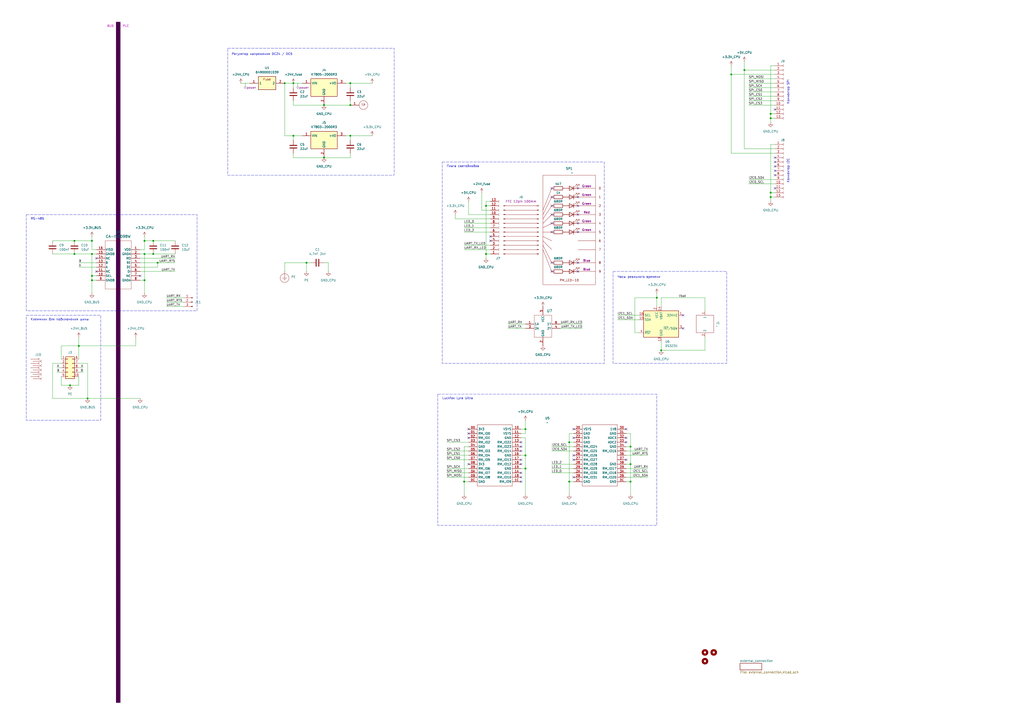
<source format=kicad_sch>
(kicad_sch (version 20250114) (generator "eeschema") (generator_version "9.0")
  (paper "A2")
  (title_block (title "${article} v${version}"))
  (rectangle (start 254 228.6) (end 381 304.8) (stroke (width 0) (type dash)))
  (rectangle (start 15.24 124.46) (end 114.3 180.34) (stroke (width 0) (type dash)))
  (rectangle (start 67.31 12.7) (end 69.85 407.67) (stroke (width 0) (type dot) (color 72 0 72 1)) (fill (type color) (color 72 0 72 1)))
  (rectangle (start 355.6 157.48) (end 421.64 210.82) (stroke (width 0) (type dash)))
  (rectangle (start 256.54 93.98) (end 350.52 210.82) (stroke (width 0) (type dash)))
  (rectangle (start 15.24 182.88) (end 58.42 243.84) (stroke (width 0) (type dash)))
  (rectangle (start 132.08 27.94) (end 228.6 101.6) (stroke (width 0) (type dash)))
  (text "BUS" (at 66.04 15.24 0) (effects (font (size 1.27 1.27)) (justify right)))
  (text "Клеммник для подключения шины" (at 17.78 185.42 0) (effects (font (size 1.27 1.27)) (justify left)))
  (text "RS-485" (at 17.78 127 0) (effects (font (size 1.27 1.27)) (justify left)))
  (text "Luckfox Lyra Ultra" (at 256.54 231.14 0) (effects (font (size 1.27 1.27)) (justify left)))
  (text "PLC" (at 71.12 15.24 0) (effects (font (size 1.27 1.27)) (justify left)))
  (text "Коннектор SPI" (at 457.2 53.34 90) (effects (font (size 1.27 1.27))))
  (text "Часы реального времени" (at 358.14 160.02 0) (effects (font (size 1.27 1.27)) (justify left top)))
  (text "Коннектор I2C" (at 457.2 99.06 90) (effects (font (size 1.27 1.27))))
  (text "Регулятор напряжения DC24 / DC5" (at 134.366 31.496 0) (effects (font (size 1.27 1.27)) (justify left)))
  (text "Плата светодиодов" (at 259.08 96.52 0) (effects (font (size 1.27 1.27)) (justify left)))
  (junction (at 447.04 111.76))
  (junction (at 170.18 48.26))
  (junction (at 53.34 160.02))
  (junction (at 83.82 139.7))
  (junction (at 281.94 119.38))
  (junction (at 447.04 66.04))
  (junction (at 43.18 139.7))
  (junction (at 177.8 152.4))
  (junction (at 281.94 147.32))
  (junction (at 365.76 259.08))
  (junction (at 83.82 147.32))
  (junction (at 330.2 279.4))
  (junction (at 365.76 269.24))
  (junction (at 269.24 279.4))
  (junction (at 45.72 200.66))
  (junction (at 83.82 162.56))
  (junction (at 187.96 60.96))
  (junction (at 53.34 139.7))
  (junction (at 304.8 271.78))
  (junction (at 53.34 147.32))
  (junction (at 165.1 48.26))
  (junction (at 50.8 231.14))
  (junction (at 53.34 162.56))
  (junction (at 304.8 264.16))
  (junction (at 431.8 40.64))
  (junction (at 203.2 60.96))
  (junction (at 187.96 91.44))
  (junction (at 365.76 279.4))
  (junction (at 330.2 256.54))
  (junction (at 40.64 223.52))
  (junction (at 91.44 152.4))
  (junction (at 43.18 147.32))
  (junction (at 304.8 248.92))
  (junction (at 88.9 139.7))
  (junction (at 88.9 147.32))
  (junction (at 447.04 114.3))
  (junction (at 383.54 203.2))
  (junction (at 447.04 68.58))
  (junction (at 203.2 48.26))
  (junction (at 381 172.72))
  (junction (at 424.18 43.18))
  (junction (at 170.18 78.74))
  (junction (at 203.2 78.74))
  (no_connect (at 55.88 157.48))
  (no_connect (at 449.58 99.06))
  (no_connect (at 320.04 119.38))
  (no_connect (at 363.22 248.92))
  (no_connect (at 335.28 119.38))
  (no_connect (at 449.58 63.5))
  (no_connect (at 302.26 261.62))
  (no_connect (at 335.28 109.22))
  (no_connect (at 335.28 124.46))
  (no_connect (at 449.58 101.6))
  (no_connect (at 332.74 266.7))
  (no_connect (at 449.58 91.44))
  (no_connect (at 320.04 157.48))
  (no_connect (at 320.04 152.4))
  (no_connect (at 335.28 129.54))
  (no_connect (at 449.58 93.98))
  (no_connect (at 332.74 276.86))
  (no_connect (at 302.26 276.86))
  (no_connect (at 320.04 129.54))
  (no_connect (at 363.22 254))
  (no_connect (at 335.28 134.62))
  (no_connect (at 81.28 160.02))
  (no_connect (at 335.28 114.3))
  (no_connect (at 271.78 248.92))
  (no_connect (at 302.26 256.54))
  (no_connect (at 302.26 266.7))
  (no_connect (at 332.74 264.16))
  (no_connect (at 363.22 256.54))
  (no_connect (at 302.26 274.32))
  (no_connect (at 449.58 109.22))
  (no_connect (at 55.88 149.86))
  (no_connect (at 335.28 152.4))
  (no_connect (at 335.28 157.48))
  (no_connect (at 302.26 269.24))
  (no_connect (at 449.58 96.52))
  (no_connect (at 271.78 251.46))
  (no_connect (at 284.48 137.16))
  (no_connect (at 302.26 259.08))
  (no_connect (at 302.26 279.4))
  (no_connect (at 284.48 139.7))
  (no_connect (at 320.04 124.46))
  (no_connect (at 332.74 248.92))
  (no_connect (at 363.22 266.7))
  (no_connect (at 271.78 254))
  (no_connect (at 332.74 254))
  (no_connect (at 320.04 114.3))
  (no_connect (at 320.04 134.62))
  (no_connect (at 396.24 190.5))
  (no_connect (at 271.78 269.24))
  (no_connect (at 320.04 109.22))
  (no_connect (at 396.24 182.88))
  (wire (pts (xy 53.34 147.32) (xy 53.34 160.02)))
  (wire (pts (xy 45.72 215.9) (xy 48.26 215.9)))
  (wire (pts (xy 279.4 121.92) (xy 284.48 121.92)))
  (wire (pts (xy 447.04 71.12) (xy 447.04 68.58)))
  (wire (pts (xy 88.9 147.32) (xy 101.6 147.32)))
  (wire (pts (xy 259.08 256.54) (xy 271.78 256.54)))
  (wire (pts (xy 363.22 271.78) (xy 375.92 271.78)))
  (wire (pts (xy 449.58 114.3) (xy 447.04 114.3)))
  (wire (pts (xy 259.08 271.78) (xy 271.78 271.78)))
  (wire (pts (xy 368.3 172.72) (xy 381 172.72)))
  (wire (pts (xy 170.18 78.74) (xy 170.18 81.28)))
  (wire (pts (xy 35.56 208.28) (xy 35.56 200.66)))
  (wire (pts (xy 91.44 152.4) (xy 91.44 154.94)))
  (wire (pts (xy 363.22 261.62) (xy 375.92 261.62)))
  (wire (pts (xy 96.52 175.26) (xy 106.68 175.26)))
  (wire (pts (xy 424.18 43.18) (xy 449.58 43.18)))
  (wire (pts (xy 383.54 198.12) (xy 383.54 203.2)))
  (wire (pts (xy 190.5 157.48) (xy 190.5 152.4)))
  (wire (pts (xy 383.54 177.8) (xy 383.54 172.72)))
  (wire (pts (xy 203.2 78.74) (xy 215.9 78.74)))
  (wire (pts (xy 177.8 152.4) (xy 180.34 152.4)))
  (wire (pts (xy 434.34 106.68) (xy 449.58 106.68)))
  (wire (pts (xy 269.24 142.24) (xy 284.48 142.24)))
  (wire (pts (xy 330.2 279.4) (xy 330.2 287.02)))
  (wire (pts (xy 358.14 185.42) (xy 370.84 185.42)))
  (wire (pts (xy 40.64 223.52) (xy 45.72 223.52)))
  (wire (pts (xy 30.48 139.7) (xy 43.18 139.7)))
  (wire (pts (xy 365.76 251.46) (xy 365.76 259.08)))
  (wire (pts (xy 363.22 259.08) (xy 365.76 259.08)))
  (wire (pts (xy 408.94 172.72) (xy 408.94 180.34)))
  (wire (pts (xy 302.26 248.92) (xy 304.8 248.92)))
  (wire (pts (xy 78.74 195.58) (xy 78.74 200.66)))
  (wire (pts (xy 53.34 139.7) (xy 53.34 144.78)))
  (wire (pts (xy 35.56 223.52) (xy 40.64 223.52)))
  (wire (pts (xy 81.28 149.86) (xy 101.6 149.86)))
  (wire (pts (xy 434.34 45.72) (xy 449.58 45.72)))
  (wire (pts (xy 45.72 195.58) (xy 45.72 200.66)))
  (wire (pts (xy 50.8 210.82) (xy 50.8 231.14)))
  (wire (pts (xy 35.56 210.82) (xy 30.48 210.82)))
  (wire (pts (xy 81.28 154.94) (xy 91.44 154.94)))
  (wire (pts (xy 434.34 58.42) (xy 449.58 58.42)))
  (wire (pts (xy 55.88 147.32) (xy 53.34 147.32)))
  (wire (pts (xy 271.78 279.4) (xy 269.24 279.4)))
  (wire (pts (xy 81.28 147.32) (xy 83.82 147.32)))
  (wire (pts (xy 304.8 264.16) (xy 304.8 271.78)))
  (wire (pts (xy 45.72 152.4) (xy 55.88 152.4)))
  (wire (pts (xy 33.02 215.9) (xy 35.56 215.9)))
  (wire (pts (xy 449.58 88.9) (xy 424.18 88.9)))
  (wire (pts (xy 30.48 210.82) (xy 30.48 231.14)))
  (wire (pts (xy 332.74 279.4) (xy 330.2 279.4)))
  (wire (pts (xy 269.24 132.08) (xy 284.48 132.08)))
  (wire (pts (xy 30.48 231.14) (xy 50.8 231.14)))
  (wire (pts (xy 320.04 269.24) (xy 332.74 269.24)))
  (wire (pts (xy 170.18 60.96) (xy 187.96 60.96)))
  (wire (pts (xy 203.2 48.26) (xy 203.2 50.8)))
  (wire (pts (xy 294.64 187.96) (xy 304.8 187.96)))
  (wire (pts (xy 271.78 116.84) (xy 271.78 124.46)))
  (wire (pts (xy 281.94 119.38) (xy 281.94 147.32)))
  (wire (pts (xy 170.18 48.26) (xy 175.26 48.26)))
  (wire (pts (xy 434.34 50.8) (xy 449.58 50.8)))
  (wire (pts (xy 203.2 58.42) (xy 203.2 60.96)))
  (wire (pts (xy 447.04 68.58) (xy 447.04 66.04)))
  (wire (pts (xy 281.94 119.38) (xy 284.48 119.38)))
  (wire (pts (xy 424.18 43.18) (xy 424.18 38.1)))
  (wire (pts (xy 365.76 279.4) (xy 363.22 279.4)))
  (wire (pts (xy 281.94 116.84) (xy 281.94 119.38)))
  (wire (pts (xy 81.28 152.4) (xy 91.44 152.4)))
  (wire (pts (xy 203.2 88.9) (xy 203.2 91.44)))
  (wire (pts (xy 332.74 251.46) (xy 330.2 251.46)))
  (wire (pts (xy 170.18 78.74) (xy 165.1 78.74)))
  (wire (pts (xy 50.8 231.14) (xy 81.28 231.14)))
  (wire (pts (xy 139.7 48.26) (xy 144.78 48.26)))
  (wire (pts (xy 330.2 256.54) (xy 330.2 279.4)))
  (wire (pts (xy 365.76 269.24) (xy 365.76 279.4)))
  (wire (pts (xy 431.8 40.64) (xy 449.58 40.64)))
  (wire (pts (xy 259.08 274.32) (xy 271.78 274.32)))
  (wire (pts (xy 170.18 60.96) (xy 170.18 58.42)))
  (wire (pts (xy 447.04 38.1) (xy 447.04 66.04)))
  (wire (pts (xy 337.82 187.96) (xy 325.12 187.96)))
  (wire (pts (xy 43.18 139.7) (xy 53.34 139.7)))
  (wire (pts (xy 320.04 259.08) (xy 332.74 259.08)))
  (wire (pts (xy 302.26 254) (xy 304.8 254)))
  (wire (pts (xy 187.96 60.96) (xy 203.2 60.96)))
  (wire (pts (xy 83.82 137.16) (xy 83.82 139.7)))
  (wire (pts (xy 363.22 276.86) (xy 375.92 276.86)))
  (wire (pts (xy 302.26 271.78) (xy 304.8 271.78)))
  (wire (pts (xy 259.08 276.86) (xy 271.78 276.86)))
  (wire (pts (xy 381 170.18) (xy 381 172.72)))
  (wire (pts (xy 368.3 193.04) (xy 370.84 193.04)))
  (wire (pts (xy 383.54 172.72) (xy 408.94 172.72)))
  (wire (pts (xy 381 172.72) (xy 381 177.8)))
  (wire (pts (xy 332.74 256.54) (xy 330.2 256.54)))
  (wire (pts (xy 281.94 147.32) (xy 284.48 147.32)))
  (wire (pts (xy 175.26 78.74) (xy 170.18 78.74)))
  (wire (pts (xy 447.04 114.3) (xy 447.04 116.84)))
  (wire (pts (xy 96.52 172.72) (xy 106.68 172.72)))
  (wire (pts (xy 302.26 264.16) (xy 304.8 264.16)))
  (wire (pts (xy 294.64 190.5) (xy 304.8 190.5)))
  (wire (pts (xy 269.24 144.78) (xy 284.48 144.78)))
  (wire (pts (xy 203.2 48.26) (xy 215.9 48.26)))
  (wire (pts (xy 165.1 152.4) (xy 177.8 152.4)))
  (wire (pts (xy 449.58 86.36) (xy 431.8 86.36)))
  (wire (pts (xy 320.04 261.62) (xy 332.74 261.62)))
  (wire (pts (xy 449.58 111.76) (xy 447.04 111.76)))
  (wire (pts (xy 33.02 213.36) (xy 35.56 213.36)))
  (wire (pts (xy 259.08 261.62) (xy 271.78 261.62)))
  (wire (pts (xy 271.78 124.46) (xy 284.48 124.46)))
  (wire (pts (xy 434.34 48.26) (xy 449.58 48.26)))
  (wire (pts (xy 279.4 111.76) (xy 279.4 121.92)))
  (wire (pts (xy 53.34 160.02) (xy 55.88 160.02)))
  (wire (pts (xy 363.22 274.32) (xy 375.92 274.32)))
  (wire (pts (xy 170.18 91.44) (xy 187.96 91.44)))
  (wire (pts (xy 304.8 254) (xy 304.8 264.16)))
  (wire (pts (xy 91.44 152.4) (xy 101.6 152.4)))
  (wire (pts (xy 434.34 55.88) (xy 449.58 55.88)))
  (wire (pts (xy 269.24 259.08) (xy 269.24 279.4)))
  (wire (pts (xy 363.22 264.16) (xy 375.92 264.16)))
  (wire (pts (xy 330.2 251.46) (xy 330.2 256.54)))
  (wire (pts (xy 45.72 154.94) (xy 55.88 154.94)))
  (wire (pts (xy 269.24 129.54) (xy 284.48 129.54)))
  (wire (pts (xy 424.18 88.9) (xy 424.18 43.18)))
  (wire (pts (xy 271.78 259.08) (xy 269.24 259.08)))
  (wire (pts (xy 83.82 147.32) (xy 83.82 162.56)))
  (wire (pts (xy 190.5 152.4) (xy 187.96 152.4)))
  (wire (pts (xy 337.82 190.5) (xy 325.12 190.5)))
  (wire (pts (xy 447.04 83.82) (xy 447.04 111.76)))
  (wire (pts (xy 30.48 147.32) (xy 43.18 147.32)))
  (wire (pts (xy 35.56 200.66) (xy 45.72 200.66)))
  (wire (pts (xy 269.24 134.62) (xy 284.48 134.62)))
  (wire (pts (xy 264.16 127) (xy 284.48 127)))
  (wire (pts (xy 302.26 251.46) (xy 304.8 251.46)))
  (wire (pts (xy 363.22 269.24) (xy 365.76 269.24)))
  (wire (pts (xy 259.08 266.7) (xy 271.78 266.7)))
  (wire (pts (xy 83.82 162.56) (xy 83.82 170.18)))
  (wire (pts (xy 177.8 152.4) (xy 177.8 157.48)))
  (wire (pts (xy 269.24 279.4) (xy 269.24 287.02)))
  (wire (pts (xy 170.18 48.26) (xy 170.18 50.8)))
  (wire (pts (xy 83.82 144.78) (xy 83.82 139.7)))
  (wire (pts (xy 383.54 203.2) (xy 408.94 203.2)))
  (wire (pts (xy 431.8 86.36) (xy 431.8 40.64)))
  (wire (pts (xy 368.3 172.72) (xy 368.3 193.04)))
  (wire (pts (xy 447.04 111.76) (xy 447.04 114.3)))
  (wire (pts (xy 304.8 248.92) (xy 304.8 243.84)))
  (wire (pts (xy 434.34 60.96) (xy 449.58 60.96)))
  (wire (pts (xy 259.08 264.16) (xy 271.78 264.16)))
  (wire (pts (xy 304.8 271.78) (xy 304.8 287.02)))
  (wire (pts (xy 83.82 144.78) (xy 81.28 144.78)))
  (wire (pts (xy 53.34 144.78) (xy 55.88 144.78)))
  (wire (pts (xy 200.66 78.74) (xy 203.2 78.74)))
  (wire (pts (xy 53.34 137.16) (xy 53.34 139.7)))
  (wire (pts (xy 408.94 203.2) (xy 408.94 195.58)))
  (wire (pts (xy 165.1 78.74) (xy 165.1 48.26)))
  (wire (pts (xy 365.76 259.08) (xy 365.76 269.24)))
  (wire (pts (xy 281.94 147.32) (xy 281.94 149.86)))
  (wire (pts (xy 45.72 210.82) (xy 50.8 210.82)))
  (wire (pts (xy 434.34 104.14) (xy 449.58 104.14)))
  (wire (pts (xy 203.2 91.44) (xy 187.96 91.44)))
  (wire (pts (xy 165.1 48.26) (xy 170.18 48.26)))
  (wire (pts (xy 449.58 83.82) (xy 447.04 83.82)))
  (wire (pts (xy 83.82 162.56) (xy 81.28 162.56)))
  (wire (pts (xy 83.82 139.7) (xy 88.9 139.7)))
  (wire (pts (xy 304.8 251.46) (xy 304.8 248.92)))
  (wire (pts (xy 320.04 274.32) (xy 332.74 274.32)))
  (wire (pts (xy 88.9 139.7) (xy 101.6 139.7)))
  (wire (pts (xy 45.72 213.36) (xy 48.26 213.36)))
  (wire (pts (xy 96.52 177.8) (xy 106.68 177.8)))
  (wire (pts (xy 45.72 208.28) (xy 45.72 200.66)))
  (wire (pts (xy 81.28 157.48) (xy 101.6 157.48)))
  (wire (pts (xy 449.58 66.04) (xy 447.04 66.04)))
  (wire (pts (xy 35.56 218.44) (xy 35.56 223.52)))
  (wire (pts (xy 203.2 78.74) (xy 203.2 81.28)))
  (wire (pts (xy 53.34 160.02) (xy 53.34 162.56)))
  (wire (pts (xy 53.34 162.56) (xy 55.88 162.56)))
  (wire (pts (xy 449.58 38.1) (xy 447.04 38.1)))
  (wire (pts (xy 78.74 200.66) (xy 45.72 200.66)))
  (wire (pts (xy 45.72 223.52) (xy 45.72 218.44)))
  (wire (pts (xy 358.14 182.88) (xy 370.84 182.88)))
  (wire (pts (xy 363.22 251.46) (xy 365.76 251.46)))
  (wire (pts (xy 170.18 88.9) (xy 170.18 91.44)))
  (wire (pts (xy 43.18 147.32) (xy 53.34 147.32)))
  (wire (pts (xy 365.76 287.02) (xy 365.76 279.4)))
  (wire (pts (xy 431.8 35.56) (xy 431.8 40.64)))
  (wire (pts (xy 264.16 127) (xy 264.16 124.46)))
  (wire (pts (xy 83.82 147.32) (xy 88.9 147.32)))
  (wire (pts (xy 165.1 157.48) (xy 165.1 152.4)))
  (wire (pts (xy 434.34 53.34) (xy 449.58 53.34)))
  (wire (pts (xy 320.04 271.78) (xy 332.74 271.78)))
  (wire (pts (xy 53.34 162.56) (xy 53.34 170.18)))
  (wire (pts (xy 200.66 48.26) (xy 203.2 48.26)))
  (wire (pts (xy 447.04 68.58) (xy 449.58 68.58)))
  (wire (pts (xy 284.48 116.84) (xy 281.94 116.84)))
  (label "UART_RTS" (at 375.92 264.16 180))
  (label "SPI_MOSI" (at 259.08 276.86 0))
  (label "UART_RTS" (at 96.52 175.26 0))
  (label "Vbat" (at 393.7 172.72 0))
  (label "SPI_CS2" (at 434.34 58.42 0))
  (label "UART_RX_LED" (at 269.24 144.78 0))
  (label "I2C0_SDA" (at 434.34 104.14 0))
  (label "SPI_CS0" (at 434.34 53.34 0))
  (label "UART_TX_LED" (at 269.24 142.24 0))
  (label "LED_1" (at 269.24 132.08 0))
  (label "UART_RX" (at 294.64 187.96 0))
  (label "I2C0_SCL" (at 434.34 106.68 0))
  (label "UART_RTS" (at 101.6 152.4 180))
  (label "SPI_CS3" (at 259.08 256.54 0))
  (label "LED_2" (at 269.24 134.62 0))
  (label "I2C0_SDA" (at 320.04 261.62 0))
  (label "A" (at 33.02 213.36 0))
  (label "SPI_CS1" (at 434.34 55.88 0))
  (label "A" (at 48.26 213.36 180))
  (label "I2C1_SDA" (at 358.14 185.42 0))
  (label "SPI_CS1" (at 259.08 264.16 0))
  (label "UART_TX_LED" (at 337.82 190.5 180))
  (label "UART_TX" (at 294.64 190.5 0))
  (label "UART_RX" (at 375.92 271.78 180))
  (label "UART_RX_LED" (at 337.82 187.96 180))
  (label "UART_RX" (at 96.52 172.72 0))
  (label "I2C1_SDA" (at 375.92 276.86 180))
  (label "LED_2" (at 320.04 269.24 0))
  (label "B" (at 33.02 215.9 0))
  (label "LED_0" (at 320.04 274.32 0))
  (label "LED_1" (at 320.04 271.78 0))
  (label "UART_TX" (at 375.92 261.62 180))
  (label "LED_0" (at 269.24 129.54 0))
  (label "SPI_MOSI" (at 434.34 45.72 0))
  (label "UART_TX" (at 101.6 157.48 180))
  (label "B" (at 45.72 152.4 0))
  (label "B" (at 48.26 215.9 180))
  (label "UART_RX" (at 101.6 149.86 180))
  (label "SPI_MISO" (at 434.34 48.26 0))
  (label "SPI_SCK" (at 259.08 271.78 0))
  (label "I2C0_SCL" (at 320.04 259.08 0))
  (label "SPI_CS0" (at 259.08 266.7 0))
  (label "SPI_MISO" (at 259.08 274.32 0))
  (label "UART_TX" (at 96.52 177.8 0))
  (label "SPI_CS2" (at 259.08 261.62 0))
  (label "A" (at 45.72 154.94 0))
  (label "I2C1_SCL" (at 375.92 274.32 180))
  (label "SPI_SCK" (at 434.34 50.8 0))
  (label "SPI_CS3" (at 434.34 60.96 0))
  (label "I2C1_SCL" (at 358.14 182.88 0))
  (netclass_flag "" (length 2.54) (shape round) (at 172.72 48.26 180) (property "Netclass" "power" (at 173.4185 50.8 0) (effects (font (italic yes)) (justify left))))
  (netclass_flag "" (length 2.54) (shape round) (at 142.24 48.26 180) (property "Netclass" "power" (at 142.9385 50.8 0) (effects (font (italic yes)) (justify left))))
  (symbol (lib_id "kicad_inventree_lib:15EDGKNH-3.5-10P") (at 22.86 213.36 0) (unit 1) (on_board no)
    (property "Reference" "J10" (at 20.32 205.74 0) (effects (justify left)))
    (property "Value" "15EDGKNH-3.5-10P" (effects (hide yes)))
    (property "Datasheet" "http://inventree.network/part/257/" (effects (hide yes)))
    (property "Description" "Generic connector, single row, 01x05, script generated" (effects (hide yes)))
    (property "part_ipn" "15EDGKNH-3.5-10P" (effects (hide yes)))
  )
  (symbol (lib_id "power:GND") (at 187.96 60.96 0) (unit 1)
    (property "Reference" "#PWR04" (effects (hide yes)))
    (property "Value" "GND_CPU" (at 187.96 66.04 0))
    (property "Description" "Power symbol creates a global label with name \"GND\" , ground" (effects (hide yes)))
  )
  (symbol (lib_id "kicad_inventree_lib:R_680R_0603_1%") (at 323.85 129.54 90) (unit 1) (on_board no)
    (property "Reference" "R5" (effects (hide yes)))
    (property "Value" "680R" (at 323.85 127 90))
    (property "Footprint" "Resistor_SMD:R_0603_1608Metric" (effects (hide yes)))
    (property "Datasheet" "http://inventree.network/part/281/" (effects (hide yes)))
    (property "Description" "Resistor" (effects (hide yes)))
    (property "part_ipn" "R_680R_0603_1%" (effects (hide yes)))
  )
  (symbol (lib_id "power:GND") (at 40.64 223.52 0) (mirror y) (unit 1)
    (property "Reference" "#PWR023" (effects (hide yes)))
    (property "Value" "PE" (at 40.64 228.6 0))
    (property "Description" "Power symbol creates a global label with name \"GND\" , ground" (effects (hide yes)))
  )
  (symbol (lib_id "kicad_inventree_lib:R_680R_0603_1%") (at 323.85 157.48 90) (unit 1) (on_board no)
    (property "Reference" "R8" (effects (hide yes)))
    (property "Value" "680R" (at 323.85 154.94 90))
    (property "Footprint" "Resistor_SMD:R_0603_1608Metric" (effects (hide yes)))
    (property "Datasheet" "http://inventree.network/part/281/" (effects (hide yes)))
    (property "Description" "Resistor" (effects (hide yes)))
    (property "part_ipn" "R_680R_0603_1%" (effects (hide yes)))
  )
  (symbol (lib_id "kicad_inventree_lib:MountingHole_M3") (at 408.94 383.54 0) (unit 1) (exclude_from_sim yes) (in_bom no)
    (property "Reference" "H2" (effects (hide yes)))
    (property "Value" "MountingHole_M3" (effects (hide yes)))
    (property "Footprint" "kicad_inventree_lib:MountingHole_M3" (effects (hide yes)))
    (property "Description" "Mounting Hole without connection" (effects (hide yes)))
  )
  (symbol (lib_id "kicad_inventree_lib:XL-1606SYGC") (at 331.47 109.22 180) (unit 1) (on_board no)
    (property "Reference" "D2" (effects (hide yes)))
    (property "Value" "XL-1606SYGC" (effects (hide yes)))
    (property "Footprint" "kicad_inventree_lib:XL-1606" (effects (hide yes)))
    (property "Datasheet" "http://inventree.network/part/278/" (effects (hide yes)))
    (property "Description" "Green" (at 340.36 107.95 0))
    (property "part_ipn" "XL-1606SYGC" (effects (hide yes)))
  )
  (symbol (lib_id "power:+3.3V") (at 314.96 177.8 0) (unit 1)
    (property "Reference" "#PWR037" (effects (hide yes)))
    (property "Value" "+3.3V_CPU" (at 314.96 172.72 0))
    (property "Description" "Power symbol creates a global label with name \"+3.3V\"" (effects (hide yes)))
  )
  (symbol (lib_id "power:+5V") (at 215.9 48.26 0) (unit 1)
    (property "Reference" "#PWR03" (effects (hide yes)))
    (property "Value" "+5V_CPU" (at 215.9 43.18 0))
    (property "Description" "Power symbol creates a global label with name \"+5V\"" (effects (hide yes)))
  )
  (symbol (lib_id "power:GND") (at 269.24 287.02 0) (unit 1)
    (property "Reference" "#PWR044" (effects (hide yes)))
    (property "Value" "GND_CPU" (at 269.24 292.1 0))
    (property "Description" "Power symbol creates a global label with name \"GND\" , ground" (effects (hide yes)))
  )
  (symbol (lib_id "kicad_inventree_lib:XL-1606SYGC") (at 331.47 114.3 180) (unit 1) (on_board no)
    (property "Reference" "D3" (effects (hide yes)))
    (property "Value" "XL-1606SYGC" (effects (hide yes)))
    (property "Footprint" "kicad_inventree_lib:XL-1606" (effects (hide yes)))
    (property "Datasheet" "http://inventree.network/part/278/" (effects (hide yes)))
    (property "Description" "Green" (at 340.36 113.03 0))
    (property "part_ipn" "XL-1606SYGC" (effects (hide yes)))
  )
  (symbol (lib_id "power:+5V") (at 78.74 195.58 0) (mirror y) (unit 1)
    (property "Reference" "#PWR025" (effects (hide yes)))
    (property "Value" "+24V_CPU" (at 78.74 190.5 0))
    (property "Description" "Power symbol creates a global label with name \"+5V\"" (effects (hide yes)))
  )
  (symbol (lib_id "power:GND") (at 281.94 149.86 0) (unit 1)
    (property "Reference" "#PWR032" (effects (hide yes)))
    (property "Value" "GND_CPU" (at 281.94 154.94 0))
    (property "Description" "Power symbol creates a global label with name \"GND\" , ground" (effects (hide yes)))
  )
  (symbol (lib_id "power:GND") (at 383.54 203.2 0) (unit 1)
    (property "Reference" "#PWR034" (effects (hide yes)))
    (property "Value" "GND_CPU" (at 383.54 208.28 0))
    (property "Description" "Power symbol creates a global label with name \"GND\" , ground" (effects (hide yes)))
  )
  (symbol (lib_id "kicad_inventree_lib:R_680R_0603_1%") (at 323.85 152.4 90) (unit 1) (on_board no)
    (property "Reference" "R7" (effects (hide yes)))
    (property "Value" "680R" (at 323.85 149.86 90))
    (property "Footprint" "Resistor_SMD:R_0603_1608Metric" (effects (hide yes)))
    (property "Datasheet" "http://inventree.network/part/281/" (effects (hide yes)))
    (property "Description" "Resistor" (effects (hide yes)))
    (property "part_ipn" "R_680R_0603_1%" (effects (hide yes)))
  )
  (symbol (lib_id "power:GND") (at 330.2 287.02 0) (unit 1)
    (property "Reference" "#PWR042" (effects (hide yes)))
    (property "Value" "GND_CPU" (at 330.2 292.1 0))
    (property "Description" "Power symbol creates a global label with name \"GND\" , ground" (effects (hide yes)))
  )
  (symbol (lib_id "kicad_inventree_lib:XL-1606SYGC") (at 331.47 129.54 180) (unit 1) (on_board no)
    (property "Reference" "D6" (effects (hide yes)))
    (property "Value" "XL-1606SYGC" (effects (hide yes)))
    (property "Footprint" "kicad_inventree_lib:XL-1606" (effects (hide yes)))
    (property "Datasheet" "http://inventree.network/part/278/" (effects (hide yes)))
    (property "Description" "Green" (at 340.36 128.27 0))
    (property "part_ipn" "XL-1606SYGC" (effects (hide yes)))
  )
  (symbol (lib_id "kicad_inventree_lib:BS-12-A1AJ002-F") (at 408.94 182.88 0) (unit 1)
    (property "Reference" "J1" (at 415.29 187.3249 0) (effects (justify left)))
    (property "Value" "~" (at 415.29 189.23 0) (effects (justify left)))
    (property "Footprint" "kicad_inventree_lib:BS-12-A1AJ002-F" (effects (hide yes)))
    (property "Datasheet" "http://inventree.network/part/215/" (effects (hide yes)))
    (property "part_ipn" "BS-12-A1AJ002-F" (effects (hide yes)))
  )
  (symbol (lib_id "kicad_inventree_lib:XL-1606SYGC") (at 331.47 134.62 180) (unit 1) (on_board no)
    (property "Reference" "D7" (effects (hide yes)))
    (property "Value" "XL-1606SYGC" (effects (hide yes)))
    (property "Footprint" "kicad_inventree_lib:XL-1606" (effects (hide yes)))
    (property "Datasheet" "http://inventree.network/part/278/" (effects (hide yes)))
    (property "Description" "Green" (at 340.36 133.35 0))
    (property "part_ipn" "XL-1606SYGC" (effects (hide yes)))
  )
  (symbol (lib_id "kicad_inventree_lib:C_22uF_50V_2220_MLCC-X7R") (at 203.2 54.61 0) (unit 1)
    (property "Reference" "C3" (at 207.01 53.3399 0) (effects (justify left)))
    (property "Value" "22uF" (at 207.01 55.8799 0) (effects (justify left)))
    (property "Footprint" "Capacitor_SMD:C_2220_5750Metric" (effects (hide yes)))
    (property "Datasheet" "http://inventree.network/part/99/" (effects (hide yes)))
    (property "Description" "Unpolarized capacitor" (effects (hide yes)))
    (property "part_ipn" "C_22uF_50V_2220_MLCC-X7R" (effects (hide yes)))
  )
  (symbol (lib_id "power:GND") (at 365.76 287.02 0) (unit 1)
    (property "Reference" "#PWR043" (effects (hide yes)))
    (property "Value" "GND_CPU" (at 365.76 292.1 0))
    (property "Description" "Power symbol creates a global label with name \"GND\" , ground" (effects (hide yes)))
  )
  (symbol (lib_id "power:+5V") (at 431.8 35.56 0) (unit 1)
    (property "Reference" "#PWR028" (effects (hide yes)))
    (property "Value" "+5V_CPU" (at 431.8 30.48 0))
    (property "Description" "Power symbol creates a global label with name \"+5V\"" (effects (hide yes)))
  )
  (symbol (lib_id "kicad_inventree_lib:XL-1606UBC") (at 331.47 157.48 180) (unit 1) (on_board no)
    (property "Reference" "D9" (effects (hide yes)))
    (property "Value" "XL-1606UBC" (effects (hide yes)))
    (property "Footprint" "kicad_inventree_lib:XL-1606" (effects (hide yes)))
    (property "Datasheet" "http://inventree.network/part/277/" (effects (hide yes)))
    (property "Description" "Blue" (at 340.36 156.21 0))
    (property "part_ipn" "XL-1606UBC" (effects (hide yes)))
  )
  (symbol (lib_id "kicad_inventree_lib:AFA07-S12FCC-00") (at 454.66 93.98 0) (unit 1)
    (property "Reference" "J8" (at 454.025 81.28 0))
    (property "Value" "AFA07-S10FCC-00" (effects (hide yes)))
    (property "Footprint" "kicad_inventree_lib:CONN10_AFA07-S12_JUS" (effects (hide yes)))
    (property "Datasheet" "http://inventree.network/part/170/" (effects (hide yes)))
    (property "Description" "Generic connector, single row, 01x10, script generated" (effects (hide yes)))
    (property "part_ipn" "AFA07-S12FCC-00" (effects (hide yes)))
  )
  (symbol (lib_id "kicad_inventree_lib:R_680R_0603_1%") (at 323.85 124.46 90) (unit 1) (on_board no)
    (property "Reference" "R4" (effects (hide yes)))
    (property "Value" "680R" (at 323.85 121.92 90))
    (property "Footprint" "Resistor_SMD:R_0603_1608Metric" (effects (hide yes)))
    (property "Datasheet" "http://inventree.network/part/281/" (effects (hide yes)))
    (property "Description" "Resistor" (effects (hide yes)))
    (property "part_ipn" "R_680R_0603_1%" (effects (hide yes)))
  )
  (symbol (lib_id "kicad_inventree_lib:R_1k_0603_1%") (at 323.85 114.3 90) (unit 1) (on_board no)
    (property "Reference" "R1" (effects (hide yes)))
    (property "Value" "1k" (at 323.85 111.76 90))
    (property "Footprint" "Resistor_SMD:R_0603_1608Metric" (effects (hide yes)))
    (property "Datasheet" "http://inventree.network/part/280/" (effects (hide yes)))
    (property "Description" "Resistor" (effects (hide yes)))
    (property "part_ipn" "R_1k_0603_1%" (effects (hide yes)))
  )
  (symbol (lib_id "kicad_inventree_lib:XL-1606SURC") (at 331.47 124.46 180) (unit 1) (on_board no)
    (property "Reference" "D5" (effects (hide yes)))
    (property "Value" "XL-1606SURC" (effects (hide yes)))
    (property "Footprint" "kicad_inventree_lib:XL-1606" (effects (hide yes)))
    (property "Datasheet" "http://inventree.network/part/279/" (effects (hide yes)))
    (property "Description" "Red" (at 340.36 123.19 0))
    (property "part_ipn" "XL-1606SURC" (effects (hide yes)))
  )
  (symbol (lib_id "power:+5V") (at 139.7 48.26 0) (unit 1)
    (property "Reference" "#PWR010" (effects (hide yes)))
    (property "Value" "+24V_CPU" (at 139.7 43.18 0))
    (property "Description" "Power symbol creates a global label with name \"+5V\"" (effects (hide yes)))
  )
  (symbol (lib_id "kicad_inventree_lib:PE") (at 165.1 157.48 0) (unit 1) (in_bom no)
    (property "Reference" "PE1" (effects (hide yes)))
    (property "Value" "PE" (at 168.91 160.6549 0) (effects (justify left)))
    (property "Footprint" "kicad_inventree_lib:PE" (effects (hide yes)))
    (property "Description" "Power symbol creates a global label with name \"Earth_Protective\"" (effects (hide yes)))
  )
  (symbol (lib_id "kicad_inventree_lib:C_22uF_50V_2220_MLCC-X7R") (at 170.18 85.09 0) (unit 1)
    (property "Reference" "C5" (at 173.99 83.8199 0) (effects (justify left)))
    (property "Value" "22uF" (at 173.99 86.3599 0) (effects (justify left)))
    (property "Footprint" "Capacitor_SMD:C_2220_5750Metric" (effects (hide yes)))
    (property "Datasheet" "http://inventree.network/part/99/" (effects (hide yes)))
    (property "Description" "Unpolarized capacitor" (effects (hide yes)))
    (property "part_ipn" "C_22uF_50V_2220_MLCC-X7R" (effects (hide yes)))
  )
  (symbol (lib_id "power:+5V") (at 279.4 111.76 0) (unit 1)
    (property "Reference" "#PWR015" (effects (hide yes)))
    (property "Value" "+24V_fuse" (at 279.4 106.68 0))
    (property "Description" "Power symbol creates a global label with name \"+5V\"" (effects (hide yes)))
  )
  (symbol (lib_id "power:+3.3V") (at 381 170.18 0) (unit 1)
    (property "Reference" "#PWR033" (effects (hide yes)))
    (property "Value" "+3.3V_CPU" (at 381 165.1 0))
    (property "Description" "Power symbol creates a global label with name \"+3.3V\"" (effects (hide yes)))
  )
  (symbol (lib_id "power:+5V") (at 271.78 116.84 0) (unit 1)
    (property "Reference" "#PWR013" (effects (hide yes)))
    (property "Value" "+5V_CPU" (at 271.78 111.76 0))
    (property "Description" "Power symbol creates a global label with name \"+5V\"" (effects (hide yes)))
  )
  (symbol (lib_id "power:+3.3V") (at 264.16 124.46 0) (unit 1)
    (property "Reference" "#PWR022" (effects (hide yes)))
    (property "Value" "+3.3V_CPU" (at 264.16 119.38 0))
    (property "Description" "Power symbol creates a global label with name \"+3.3V\"" (effects (hide yes)))
  )
  (symbol (lib_id "kicad_inventree_lib:C_22uF_50V_2220_MLCC-X7R") (at 203.2 85.09 0) (unit 1)
    (property "Reference" "C6" (at 207.01 83.8199 0) (effects (justify left)))
    (property "Value" "22uF" (at 207.01 86.3599 0) (effects (justify left)))
    (property "Footprint" "Capacitor_SMD:C_2220_5750Metric" (effects (hide yes)))
    (property "Datasheet" "http://inventree.network/part/99/" (effects (hide yes)))
    (property "Description" "Unpolarized capacitor" (effects (hide yes)))
    (property "part_ipn" "C_22uF_50V_2220_MLCC-X7R" (effects (hide yes)))
  )
  (symbol (lib_id "power:+5V") (at 170.18 48.26 0) (unit 1)
    (property "Reference" "#PWR040" (effects (hide yes)))
    (property "Value" "+24V_fuse" (at 170.18 43.18 0))
    (property "Description" "Power symbol creates a global label with name \"+5V\"" (effects (hide yes)))
  )
  (symbol (lib_id "kicad_inventree_lib:R_680R_0603_1%") (at 323.85 119.38 90) (unit 1) (on_board no)
    (property "Reference" "R3" (effects (hide yes)))
    (property "Value" "680R" (at 323.85 116.84 90))
    (property "Footprint" "Resistor_SMD:R_0603_1608Metric" (effects (hide yes)))
    (property "Datasheet" "http://inventree.network/part/281/" (effects (hide yes)))
    (property "Description" "Resistor" (effects (hide yes)))
    (property "part_ipn" "R_680R_0603_1%" (effects (hide yes)))
  )
  (symbol (lib_id "kicad_inventree_lib:LuckfoxLyraUltra") (at 317.5 289.56 0) (unit 1)
    (property "Reference" "U5" (at 317.5 242.57 0))
    (property "Value" "~" (at 317.5 245.11 0))
    (property "Footprint" "kicad_inventree_lib:LuckfoxLyraUltra" (effects (hide yes)))
  )
  (symbol (lib_id "kicad_inventree_lib:XL-1606UBC") (at 331.47 152.4 180) (unit 1) (on_board no)
    (property "Reference" "D8" (effects (hide yes)))
    (property "Value" "XL-1606UBC" (effects (hide yes)))
    (property "Footprint" "kicad_inventree_lib:XL-1606" (effects (hide yes)))
    (property "Datasheet" "http://inventree.network/part/277/" (effects (hide yes)))
    (property "Description" "Blue" (at 340.36 151.13 0))
    (property "part_ipn" "XL-1606UBC" (effects (hide yes)))
  )
  (symbol (lib_id "kicad_inventree_lib:C_10uF_16V_0805_MLCC-X7R") (at 43.18 143.51 0) (unit 1)
    (property "Reference" "C10" (at 46.99 142.2399 0) (effects (justify left)))
    (property "Value" "10uF" (at 46.99 144.7799 0) (effects (justify left)))
    (property "Footprint" "Capacitor_SMD:C_0805_2012Metric" (effects (hide yes)))
    (property "Datasheet" "http://inventree.network/part/271/" (effects (hide yes)))
    (property "Description" "Unpolarized capacitor" (effects (hide yes)))
    (property "part_ipn" "C_10uF_16V_0805_MLCC-X7R" (effects (hide yes)))
  )
  (symbol (lib_id "power:+3.3V") (at 53.34 137.16 0) (unit 1)
    (property "Reference" "#PWR02" (effects (hide yes)))
    (property "Value" "+3.3V_BUS" (at 53.34 132.08 0))
    (property "Description" "Power symbol creates a global label with name \"+3.3V\"" (effects (hide yes)))
  )
  (symbol (lib_id "kicad_inventree_lib:C_22uF_50V_2220_MLCC-X7R") (at 170.18 54.61 0) (unit 1)
    (property "Reference" "C2" (at 173.99 53.3399 0) (effects (justify left)))
    (property "Value" "22uF" (at 173.99 55.8799 0) (effects (justify left)))
    (property "Footprint" "Capacitor_SMD:C_2220_5750Metric" (effects (hide yes)))
    (property "Datasheet" "http://inventree.network/part/99/" (effects (hide yes)))
    (property "Description" "Unpolarized capacitor" (effects (hide yes)))
    (property "part_ipn" "C_22uF_50V_2220_MLCC-X7R" (effects (hide yes)))
  )
  (symbol (lib_id "kicad_inventree_lib:C_4.7nF_2kV_1812_MLCC-X7R") (at 184.15 152.4 90) (unit 1)
    (property "Reference" "C1" (at 184.15 144.78 90))
    (property "Value" "4.7nF 2kV" (at 184.15 147.32 90))
    (property "Footprint" "Capacitor_SMD:C_1812_4532Metric" (effects (hide yes)))
    (property "Datasheet" "http://inventree.network/part/112/" (effects (hide yes)))
    (property "Description" "Unpolarized capacitor" (effects (hide yes)))
    (property "part_ipn" "C_4.7nF_2kV_1812_MLCC-X7R" (effects (hide yes)))
  )
  (symbol (lib_id "power:GND") (at 314.96 200.66 0) (unit 1)
    (property "Reference" "#PWR038" (effects (hide yes)))
    (property "Value" "GND_CPU" (at 314.96 205.74 0))
    (property "Description" "Power symbol creates a global label with name \"GND\" , ground" (effects (hide yes)))
  )
  (symbol (lib_id "power:+5V") (at 304.8 243.84 0) (unit 1)
    (property "Reference" "#PWR020" (effects (hide yes)))
    (property "Value" "+5V_CPU" (at 304.8 238.76 0))
    (property "Description" "Power symbol creates a global label with name \"+5V\"" (effects (hide yes)))
  )
  (symbol (lib_id "kicad_inventree_lib:15EDGRHC-THR-3.5-10P") (at 40.64 215.9 0) (unit 1)
    (property "Reference" "J3" (at 40.64 204.47 0))
    (property "Value" "15EDGRHC-THR-3.5-10P" (effects (hide yes)))
    (property "Footprint" "kicad_inventree_lib:15EDGRHC-THR-3.5-10P" (effects (hide yes)))
    (property "Datasheet" "http://inventree.network/part/232/" (effects (hide yes)))
    (property "Description" "Generic connector, double row, 02x05, odd/even pin numbering scheme (row 1 odd numbers, row 2 even numbers), script generated (kicad-library-utils/schlib/autogen/connector/)" (effects (hide yes)))
    (property "part_ipn" "15EDGRHC-THR-3.5-10P" (effects (hide yes)))
  )
  (symbol (lib_id "kicad_inventree_lib:R_4k7_0603_1%") (at 323.85 109.22 90) (unit 1) (on_board no)
    (property "Reference" "R2" (effects (hide yes)))
    (property "Value" "4k7" (at 323.85 106.68 90))
    (property "Footprint" "Resistor_SMD:R_0603_1608Metric" (effects (hide yes)))
    (property "Datasheet" "http://inventree.network/part/262/" (effects (hide yes)))
    (property "Description" "Resistor" (effects (hide yes)))
    (property "part_ipn" "R_4k7_0603_1%" (effects (hide yes)))
  )
  (symbol (lib_id "kicad_inventree_lib:K7803-2000R3") (at 187.96 76.2 0) (unit 1)
    (property "Reference" "J5" (at 187.96 71.12 0))
    (property "Value" "K7803-2000R3" (at 187.96 73.66 0))
    (property "Footprint" "kicad_inventree_lib:K7805-2000R3" (effects (hide yes)))
    (property "Datasheet" "http://inventree.network/part/118/" (effects (hide yes)))
    (property "Description" "K7803-2000R3" (effects (hide yes)))
    (property "part_ipn" "K7803-2000R3" (effects (hide yes)))
  )
  (symbol (lib_id "power:GND") (at 50.8 231.14 0) (mirror y) (unit 1)
    (property "Reference" "#PWR027" (effects (hide yes)))
    (property "Value" "GND_BUS" (at 50.8 236.22 0))
    (property "Description" "Power symbol creates a global label with name \"GND\" , ground" (effects (hide yes)))
  )
  (symbol (lib_id "power:GND") (at 53.34 170.18 0) (unit 1)
    (property "Reference" "#PWR06" (effects (hide yes)))
    (property "Value" "GND_BUS" (at 53.34 175.26 0))
    (property "Description" "Power symbol creates a global label with name \"GND\" , ground" (effects (hide yes)))
  )
  (symbol (lib_id "power:+3.3V") (at 215.9 78.74 0) (unit 1)
    (property "Reference" "#PWR018" (effects (hide yes)))
    (property "Value" "+3.3V_CPU" (at 215.9 73.66 0))
    (property "Description" "Power symbol creates a global label with name \"+3.3V\"" (effects (hide yes)))
  )
  (symbol (lib_id "kicad_inventree_lib:R_680R_0603_1%") (at 323.85 134.62 90) (unit 1) (on_board no)
    (property "Reference" "R6" (effects (hide yes)))
    (property "Value" "680R" (at 323.85 132.08 90))
    (property "Footprint" "Resistor_SMD:R_0603_1608Metric" (effects (hide yes)))
    (property "Datasheet" "http://inventree.network/part/281/" (effects (hide yes)))
    (property "Description" "Resistor" (effects (hide yes)))
    (property "part_ipn" "R_680R_0603_1%" (effects (hide yes)))
  )
  (symbol (lib_id "power:+3.3V") (at 424.18 38.1 0) (unit 1)
    (property "Reference" "#PWR01" (effects (hide yes)))
    (property "Value" "+3.3V_CPU" (at 424.18 33.02 0))
    (property "Description" "Power symbol creates a global label with name \"+3.3V\"" (effects (hide yes)))
  )
  (symbol (lib_id "kicad_inventree_lib:AFA07-S12FCC-00") (at 454.66 48.26 0) (unit 1)
    (property "Reference" "J9" (at 454.025 35.56 0))
    (property "Value" "AFA07-S10FCC-00" (effects (hide yes)))
    (property "Footprint" "kicad_inventree_lib:CONN10_AFA07-S12_JUS" (effects (hide yes)))
    (property "Datasheet" "http://inventree.network/part/170/" (effects (hide yes)))
    (property "Description" "Generic connector, single row, 01x10, script generated" (effects (hide yes)))
    (property "part_ipn" "AFA07-S12FCC-00" (effects (hide yes)))
  )
  (symbol (lib_id "kicad_inventree_lib:C_100nF_16V_0603_MLCC-X7R") (at 88.9 143.51 0) (unit 1)
    (property "Reference" "C11" (at 92.71 142.2399 0) (effects (justify left)))
    (property "Value" "100nF" (at 92.71 144.7799 0) (effects (justify left)))
    (property "Footprint" "Capacitor_SMD:C_0603_1608Metric" (effects (hide yes)))
    (property "Datasheet" "http://inventree.network/part/221" (effects (hide yes)))
    (property "Description" "Unpolarized capacitor" (effects (hide yes)))
    (property "part_ipn" "C_100nF_16V_0603_MLCC-X7R" (effects (hide yes)))
  )
  (symbol (lib_id "kicad_inventree_lib:CA-IS3098W") (at 68.58 139.7 0) (mirror y) (unit 1)
    (property "Reference" "U4" (at 68.58 134.62 0) (effects (font (size 1.524 1.524))))
    (property "Value" "CA-IS3098W" (at 68.58 137.16 0) (effects (font (size 1.524 1.524))))
    (property "Footprint" "kicad_inventree_lib:SOIC16-WBW_CLG" (effects (hide yes)))
    (property "Datasheet" "http://inventree.network/part/218/" (effects (hide yes)))
    (property "part_ipn" "CA-IS3098W" (effects (hide yes)))
  )
  (symbol (lib_id "power:GND") (at 190.5 157.48 0) (unit 1)
    (property "Reference" "#PWR09" (effects (hide yes)))
    (property "Value" "GND_CPU" (at 190.5 162.56 0))
    (property "Description" "Power symbol creates a global label with name \"GND\" , ground" (effects (hide yes)))
  )
  (symbol (lib_id "power:+5V") (at 45.72 195.58 0) (mirror y) (unit 1)
    (property "Reference" "#PWR035" (effects (hide yes)))
    (property "Value" "+24V_BUS" (at 45.72 190.5 0))
    (property "Description" "Power symbol creates a global label with name \"+5V\"" (effects (hide yes)))
  )
  (symbol (lib_id "power:GND") (at 187.96 91.44 0) (unit 1)
    (property "Reference" "#PWR05" (effects (hide yes)))
    (property "Value" "GND_CPU" (at 187.96 96.52 0))
    (property "Description" "Power symbol creates a global label with name \"GND\" , ground" (effects (hide yes)))
  )
  (symbol (lib_id "power:GND") (at 304.8 287.02 0) (unit 1)
    (property "Reference" "#PWR041" (effects (hide yes)))
    (property "Value" "GND_CPU" (at 304.8 292.1 0))
    (property "Description" "Power symbol creates a global label with name \"GND\" , ground" (effects (hide yes)))
  )
  (symbol (lib_id "kicad_inventree_lib:DS3231") (at 383.54 187.96 0) (unit 1)
    (property "Reference" "U6" (at 385.7341 198.12 0) (effects (justify left)))
    (property "Value" "DS3231" (at 385.7341 200.66 0) (effects (justify left)))
    (property "Footprint" "Package_SO:SOIC-16W_7.5x10.3mm_P1.27mm" (effects (hide yes)))
    (property "Datasheet" "http://inventree.network/part/119/" (effects (hide yes)))
    (property "Description" "Extremely Accurate I2C-Integrated RTC/TCXO/Crystal SOIC-16" (effects (hide yes)))
    (property "part_ipn" "DS3231SN" (effects (hide yes)))
  )
  (symbol (lib_id "kicad_inventree_lib:AFA07-S12FCC-00") (at 289.56 137.16 0) (mirror x) (unit 1)
    (property "Reference" "J7" (at 288.925 149.86 0))
    (property "Value" "AFA07-S10FCC-00" (effects (hide yes)))
    (property "Footprint" "kicad_inventree_lib:CONN10_AFA07-S12_JUS" (effects (hide yes)))
    (property "Datasheet" "http://inventree.network/part/170/" (effects (hide yes)))
    (property "Description" "Generic connector, single row, 01x10, script generated" (effects (hide yes)))
    (property "part_ipn" "AFA07-S12FCC-00" (effects (hide yes)))
  )
  (symbol (lib_id "kicad_inventree_lib:SN74LVC2G14DBVR") (at 314.96 182.88 0) (unit 1)
    (property "Reference" "U7" (at 317.1033 180.34 0) (effects (font (size 1.524 1.524)) (justify left)))
    (property "Value" "SN74LVC2G14DBVR" (effects (hide yes)))
    (property "Footprint" "kicad_inventree_lib:DBV6-M" (effects (hide yes)))
    (property "Datasheet" "http://inventree.network/part/216/" (effects (hide yes)))
    (property "part_ipn" "SN74LVC2G14DBVR" (effects (hide yes)))
  )
  (symbol (lib_id "kicad_inventree_lib:XL-1606SYGC") (at 331.47 119.38 180) (unit 1) (on_board no)
    (property "Reference" "D4" (effects (hide yes)))
    (property "Value" "XL-1606SYGC" (effects (hide yes)))
    (property "Footprint" "kicad_inventree_lib:XL-1606" (effects (hide yes)))
    (property "Datasheet" "http://inventree.network/part/278/" (effects (hide yes)))
    (property "Description" "Green" (at 340.36 118.11 0))
    (property "part_ipn" "XL-1606SYGC" (effects (hide yes)))
  )
  (symbol (lib_id "kicad_inventree_lib:MountingHole_M3") (at 408.94 378.46 0) (unit 1) (exclude_from_sim yes) (in_bom no)
    (property "Reference" "H1" (effects (hide yes)))
    (property "Value" "MountingHole_M3" (effects (hide yes)))
    (property "Footprint" "kicad_inventree_lib:MountingHole_M3" (effects (hide yes)))
    (property "Description" "Mounting Hole without connection" (effects (hide yes)))
  )
  (symbol (lib_id "kicad_inventree_lib:5117") (at 203.2 60.96 0) (unit 1)
    (property "Reference" "U2" (effects (hide yes)))
    (property "Value" "5117" (effects (hide yes)))
    (property "Footprint" "kicad_inventree_lib:5117" (effects (hide yes)))
    (property "Datasheet" "http://inventree.network/part/282/" (effects (hide yes)))
    (property "Description" "KEYSTONE - 5117 - TEST POINT, PCB, BLUE, THROUGH HOLE" (effects (hide yes)))
    (property "Height" "4.57" (effects (hide yes)))
    (property "part_ipn" "Keystone_5117" (effects (hide yes)))
  )
  (symbol (lib_id "power:GND") (at 81.28 231.14 0) (mirror y) (unit 1)
    (property "Reference" "#PWR036" (effects (hide yes)))
    (property "Value" "GND_CPU" (at 81.28 236.22 0))
    (property "Description" "Power symbol creates a global label with name \"GND\" , ground" (effects (hide yes)))
  )
  (symbol (lib_id "power:GND") (at 177.8 157.48 0) (unit 1)
    (property "Reference" "#PWR08" (effects (hide yes)))
    (property "Value" "PE" (at 177.8 162.56 0))
    (property "Description" "Power symbol creates a global label with name \"GND\" , ground" (effects (hide yes)))
  )
  (symbol (lib_id "kicad_inventree_lib:PM_LED-10-v0.0.1") (at 330.2 101.6 0) (unit 1)
    (property "Reference" "SP1" (at 330.2 97.79 0))
    (property "Value" "~" (at 331.828 100.33 0))
    (property "Footprint" "kicad_inventree_lib:PM_LED-xx-v0.0.1" (effects (hide yes)))
    (property "part_ipn" "PM_LED-10-v0.0.1" (effects (hide yes)))
  )
  (symbol (lib_id "power:GND") (at 447.04 116.84 0) (unit 1)
    (property "Reference" "#PWR039" (effects (hide yes)))
    (property "Value" "GND_CPU" (at 447.04 121.92 0))
    (property "Description" "Power symbol creates a global label with name \"GND\" , ground" (effects (hide yes)))
  )
  (symbol (lib_id "kicad_inventree_lib:FFC_12P_P1.0_100mm_straight") (at 302.26 116.84 0) (unit 1) (on_board no)
    (property "Reference" "J6" (at 302.26 114.3 0))
    (property "Value" "FFC_12P_P1.0_100mm_straight" (effects (hide yes)))
    (property "Datasheet" "http://inventree.network/part/291/" (effects (hide yes)))
    (property "Description" "FFC 12pin 100mm" (at 302.26 116.84 0))
    (property "part_ipn" "FFC_12P_P1.0_100mm_straight" (effects (hide yes)))
  )
  (symbol (lib_id "power:GND") (at 83.82 170.18 0) (unit 1)
    (property "Reference" "#PWR024" (effects (hide yes)))
    (property "Value" "GND_CPU" (at 83.82 175.26 0))
    (property "Description" "Power symbol creates a global label with name \"GND\" , ground" (effects (hide yes)))
  )
  (symbol (lib_id "kicad_inventree_lib:Fuseholder") (at 154.94 44.45 0) (unit 1)
    (property "Reference" "U1" (at 154.94 39.37 0))
    (property "Value" "64900001039" (at 154.94 41.91 0))
    (property "Footprint" "kicad_inventree_lib:649-Series-Holder" (effects (hide yes)))
    (property "Datasheet" "http://inventree.network/part/23/" (effects (hide yes)))
    (property "Description" "5x20mm Fuseholder 6.3A 250V Littelfuse 6.3A PCB Mount Fuse Holder for 5 x 20mm Cartridge Fuse, 250 V" (effects (hide yes)))
    (property "Manufacturer_Name" "LITTELFUSE" (effects (hide yes)))
    (property "Manufacturer_Part_Number" "64900001039" (effects (hide yes)))
    (property "Mouser Part Number" "576-64900001039" (effects (hide yes)))
    (property "Mouser Price/Stock" "https://www.mouser.co.uk/ProductDetail/Littelfuse/64900001039?qs=hH%252BOa0VZEiArPloPoB86OA%3D%3D" (effects (hide yes)))
    (property "Arrow Part Number" "64900001039" (effects (hide yes)))
    (property "Arrow Price/Stock" "https://www.arrow.com/en/products/64900001039/littelfuse?region=nac" (effects (hide yes)))
    (property "NextPCB_url" "https://www.hqonline.com/product-detail/fuse-holders---clips---boxes-littelfuse-64900001039-1005256123" (effects (hide yes)))
    (property "NextPCB_price" "0.13489" (effects (hide yes)))
    (property "part_ipn" "64900001039" (effects (hide yes)))
  )
  (symbol (lib_id "kicad_inventree_lib:PinHeader_01x03_P2.00_THT_straight") (at 111.76 172.72 0) (mirror y) (unit 1)
    (property "Reference" "J11" (at 113.03 175.2599 0) (effects (justify right)))
    (property "Value" "PinHeader_01x03_P2.00_THT_straight" (effects (hide yes)))
    (property "Footprint" "Connector_PinHeader_2.00mm:PinHeader_1x03_P2.00mm_Vertical" (effects (hide yes)))
    (property "part_ipn" "PinHeader_01x03_P2.00_THT_straight" (effects (hide yes)))
  )
  (symbol (lib_id "power:GND") (at 447.04 71.12 0) (unit 1)
    (property "Reference" "#PWR029" (effects (hide yes)))
    (property "Value" "GND_CPU" (at 447.04 76.2 0))
    (property "Description" "Power symbol creates a global label with name \"GND\" , ground" (effects (hide yes)))
  )
  (symbol (lib_id "kicad_inventree_lib:C_10uF_16V_0805_MLCC-X7R") (at 101.6 143.51 0) (unit 1)
    (property "Reference" "C12" (at 105.41 142.2399 0) (effects (justify left)))
    (property "Value" "10uF" (at 105.41 144.7799 0) (effects (justify left)))
    (property "Footprint" "Capacitor_SMD:C_0805_2012Metric" (effects (hide yes)))
    (property "Datasheet" "http://inventree.network/part/271/" (effects (hide yes)))
    (property "Description" "Unpolarized capacitor" (effects (hide yes)))
    (property "part_ipn" "C_10uF_16V_0805_MLCC-X7R" (effects (hide yes)))
  )
  (symbol (lib_id "power:+3.3V") (at 83.82 137.16 0) (unit 1)
    (property "Reference" "#PWR011" (effects (hide yes)))
    (property "Value" "+3.3V_CPU" (at 83.82 132.08 0))
    (property "Description" "Power symbol creates a global label with name \"+3.3V\"" (effects (hide yes)))
  )
  (symbol (lib_id "kicad_inventree_lib:MountingHole_M3") (at 414.02 378.46 0) (unit 1) (exclude_from_sim yes) (in_bom no)
    (property "Reference" "H3" (effects (hide yes)))
    (property "Value" "MountingHole_M3" (effects (hide yes)))
    (property "Footprint" "kicad_inventree_lib:MountingHole_M3" (effects (hide yes)))
    (property "Description" "Mounting Hole without connection" (effects (hide yes)))
  )
  (symbol (lib_id "kicad_inventree_lib:K7805-2000R3") (at 187.96 45.72 0) (unit 1)
    (property "Reference" "J4" (at 187.96 40.64 0))
    (property "Value" "K7805-2000R3" (at 187.96 43.18 0))
    (property "Footprint" "kicad_inventree_lib:K7805-2000R3" (effects (hide yes)))
    (property "Datasheet" "http://inventree.network/part/98/" (effects (hide yes)))
    (property "Description" "K7805-2000R3" (effects (hide yes)))
    (property "Height" "18" (effects (hide yes)))
    (property "Manufacturer_Name" "RS Pro" (effects (hide yes)))
    (property "Manufacturer_Part_Number" "K7805-2000R3" (effects (hide yes)))
    (property "part_ipn" "K7805-2000R3" (effects (hide yes)))
  )
  (symbol (lib_id "kicad_inventree_lib:C_100nF_16V_0603_MLCC-X7R") (at 30.48 143.51 0) (unit 1)
    (property "Reference" "C9" (at 34.29 142.2399 0) (effects (justify left)))
    (property "Value" "100nF" (at 34.29 144.7799 0) (effects (justify left)))
    (property "Footprint" "Capacitor_SMD:C_0603_1608Metric" (effects (hide yes)))
    (property "Datasheet" "http://inventree.network/part/221" (effects (hide yes)))
    (property "Description" "Unpolarized capacitor" (effects (hide yes)))
    (property "part_ipn" "C_100nF_16V_0603_MLCC-X7R" (effects (hide yes)))
  )
  (sheet (at 429.26 384.81) (size 12.7 3.81) (stroke (width 0.1524))
    (property "Sheetname" "external_connection" (at 429.26 384.0984 0) (effects (justify left bottom)))
    (property "Sheetfile" "external_connection.kicad_sch" (at 429.26 389.2046 0) (effects (justify left top)))
  )
)
</source>
